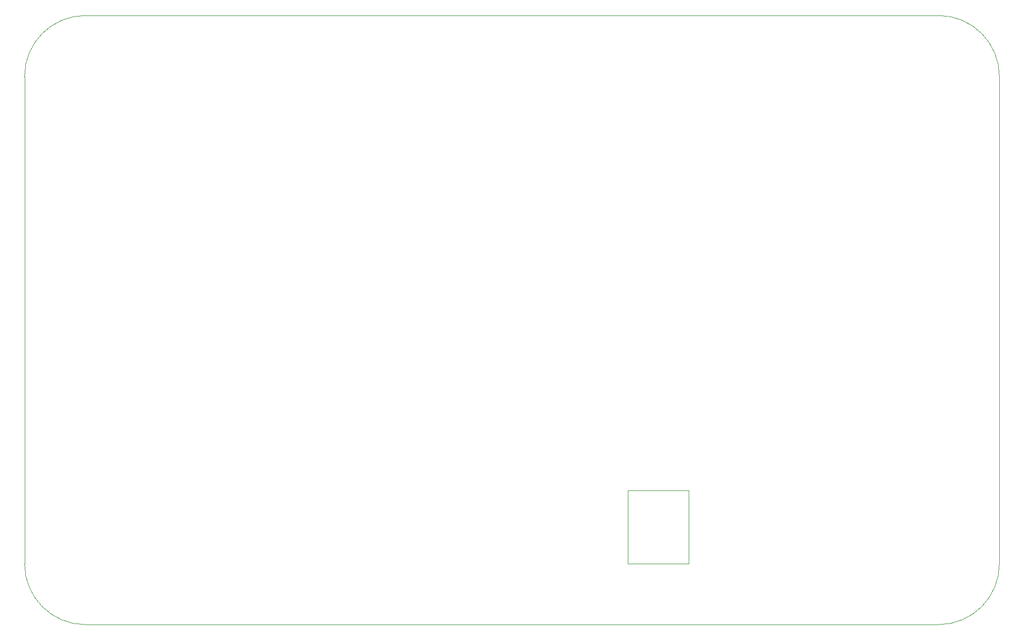
<source format=gbr>
%TF.GenerationSoftware,KiCad,Pcbnew,(6.0.5)*%
%TF.CreationDate,2022-07-11T20:41:14-04:00*%
%TF.ProjectId,Test Board,54657374-2042-46f6-9172-642e6b696361,rev?*%
%TF.SameCoordinates,Original*%
%TF.FileFunction,Profile,NP*%
%FSLAX46Y46*%
G04 Gerber Fmt 4.6, Leading zero omitted, Abs format (unit mm)*
G04 Created by KiCad (PCBNEW (6.0.5)) date 2022-07-11 20:41:14*
%MOMM*%
%LPD*%
G01*
G04 APERTURE LIST*
%TA.AperFunction,Profile*%
%ADD10C,0.050000*%
%TD*%
G04 APERTURE END LIST*
D10*
X105000000Y-135000000D02*
X105000000Y-55000000D01*
X265000000Y-135000000D02*
X265000000Y-55000000D01*
X115000000Y-45000000D02*
X255000000Y-45000000D01*
X115000000Y-45000000D02*
G75*
G03*
X105000000Y-55000000I0J-10000000D01*
G01*
X204000000Y-123000000D02*
X214000000Y-123000000D01*
X214000000Y-123000000D02*
X214000000Y-135000000D01*
X214000000Y-135000000D02*
X204000000Y-135000000D01*
X204000000Y-135000000D02*
X204000000Y-123000000D01*
X265000000Y-55000000D02*
G75*
G03*
X255000000Y-45000000I-10000000J0D01*
G01*
X105000000Y-135000000D02*
G75*
G03*
X115000000Y-145000000I10000000J0D01*
G01*
X255000000Y-145000000D02*
G75*
G03*
X265000000Y-135000000I0J10000000D01*
G01*
X115000000Y-145000000D02*
X255000000Y-145000000D01*
M02*

</source>
